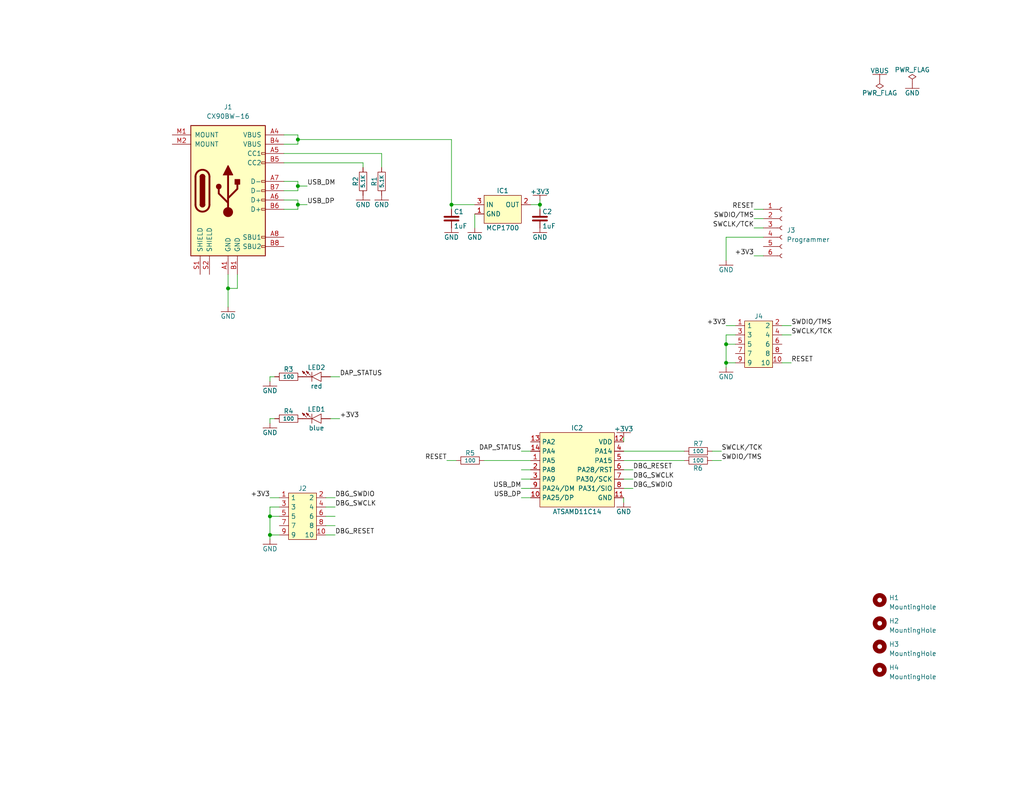
<source format=kicad_sch>
(kicad_sch (version 20230121) (generator eeschema)
  (paper "USLetter")
  (title_block (date "2023-05-27") (rev "1"))
  (lib_symbols
    (symbol "Connector:Conn_01x06_Socket" (pin_names (offset 1.016) hide)
      (property "Reference" "J" (at 0 7.62 0))
      (property "Value" "Conn_01x06_Socket" (at 0 -10.16 0))
      (symbol "Conn_01x06_Socket_1_1"
        (arc (start 0 -7.112) (mid -0.5058 -7.62) (end 0 -8.128) (stroke (width 0.1524)))
        (arc (start 0 -4.572) (mid -0.5058 -5.08) (end 0 -5.588) (stroke (width 0.1524)))
        (arc (start 0 -2.032) (mid -0.5058 -2.54) (end 0 -3.048) (stroke (width 0.1524)))
        (polyline (pts (xy -1.27 -7.62) (xy -0.508 -7.62)) (stroke (width 0.1524)))
        (polyline (pts (xy -1.27 -5.08) (xy -0.508 -5.08)) (stroke (width 0.1524)))
        (polyline (pts (xy -1.27 -2.54) (xy -0.508 -2.54)) (stroke (width 0.1524)))
        (polyline (pts (xy -1.27 0) (xy -0.508 0)) (stroke (width 0.1524)))
        (polyline (pts (xy -1.27 2.54) (xy -0.508 2.54)) (stroke (width 0.1524)))
        (polyline (pts (xy -1.27 5.08) (xy -0.508 5.08)) (stroke (width 0.1524)))
        (arc (start 0 0.508) (mid -0.5058 0) (end 0 -0.508) (stroke (width 0.1524)))
        (arc (start 0 3.048) (mid -0.5058 2.54) (end 0 2.032) (stroke (width 0.1524)))
        (arc (start 0 5.588) (mid -0.5058 5.08) (end 0 4.572) (stroke (width 0.1524)))
        (pin passive line (at -5.08 5.08 0) (length 3.81) (name "Pin_1") (number "1"))
        (pin passive line (at -5.08 2.54 0) (length 3.81) (name "Pin_2") (number "2"))
        (pin passive line (at -5.08 0 0) (length 3.81) (name "Pin_3") (number "3"))
        (pin passive line (at -5.08 -2.54 0) (length 3.81) (name "Pin_4") (number "4"))
        (pin passive line (at -5.08 -5.08 0) (length 3.81) (name "Pin_5") (number "5"))
        (pin passive line (at -5.08 -7.62 0) (length 3.81) (name "Pin_6") (number "6"))
      )
    )
    (symbol "Mechanical:MountingHole" (pin_names (offset 1.016))
      (property "Reference" "H" (at 0 5.08 0))
      (property "Value" "MountingHole" (at 0 3.175 0))
      (symbol "MountingHole_0_1"
        (circle (center 0 0) (radius 1.27) (stroke (width 1.27)))
      )
    )
    (symbol "Programmer:CX90BW-16" (pin_names (offset 1.016))
      (property "Reference" "J" (at -1.27 21.59 0))
      (property "Value" "CX90BW-16" (at 5.08 19.05 0))
      (symbol "CX90BW-16_0_0"
        (rectangle (start 10.16 -14.986) (end 9.144 -15.494))
        (rectangle (start 10.16 -12.446) (end 9.144 -12.954))
        (rectangle (start 10.16 -4.826) (end 9.144 -5.334))
        (rectangle (start 10.16 -2.286) (end 9.144 -2.794))
        (rectangle (start 10.16 0.254) (end 9.144 -0.254))
        (rectangle (start 10.16 2.794) (end 9.144 2.286))
        (rectangle (start 10.16 7.874) (end 9.144 7.366))
        (rectangle (start 10.16 10.414) (end 9.144 9.906))
      )
      (symbol "CX90BW-16_0_1"
        (rectangle (start -10.16 17.78) (end 10.16 -17.78) (stroke (width 0.254)) (fill (type background)))
        (arc (start -8.89 -3.81) (mid -6.985 -5.7067) (end -5.08 -3.81) (stroke (width 0.508)))
        (arc (start -7.62 -3.81) (mid -6.985 -4.4423) (end -6.35 -3.81) (stroke (width 0.254)))
        (arc (start -7.62 -3.81) (mid -6.985 -4.4423) (end -6.35 -3.81) (stroke (width 0.254)) (fill (type outline)))
        (rectangle (start -7.62 -3.81) (end -6.35 3.81) (stroke (width 0.254)) (fill (type outline)))
        (arc (start -6.35 3.81) (mid -6.985 4.4423) (end -7.62 3.81) (stroke (width 0.254)))
        (arc (start -6.35 3.81) (mid -6.985 4.4423) (end -7.62 3.81) (stroke (width 0.254)) (fill (type outline)))
        (arc (start -5.08 3.81) (mid -6.985 5.7067) (end -8.89 3.81) (stroke (width 0.508)))
        (circle (center -2.54 1.143) (radius 0.635) (stroke (width 0.254)) (fill (type outline)))
        (circle (center 0 -5.842) (radius 1.27) (fill (type outline)))
        (polyline (pts (xy -8.89 -3.81) (xy -8.89 3.81)) (stroke (width 0.508)))
        (polyline (pts (xy -5.08 3.81) (xy -5.08 -3.81)) (stroke (width 0.508)))
        (polyline (pts (xy 0 -5.842) (xy 0 4.318)) (stroke (width 0.508)))
        (polyline (pts (xy 0 -3.302) (xy -2.54 -0.762) (xy -2.54 0.508)) (stroke (width 0.508)))
        (polyline (pts (xy 0 -2.032) (xy 2.54 0.508) (xy 2.54 1.778)) (stroke (width 0.508)))
        (polyline (pts (xy -1.27 4.318) (xy 0 6.858) (xy 1.27 4.318) (xy -1.27 4.318)) (stroke (width 0.254)) (fill (type outline)))
        (rectangle (start 1.905 1.778) (end 3.175 3.048) (stroke (width 0.254)) (fill (type outline)))
      )
      (symbol "CX90BW-16_1_1"
        (pin passive line (at 0 -22.86 90) (length 5.08) (name "GND") (number "A1"))
        (pin passive line (at 15.24 15.24 180) (length 5.08) (name "VBUS") (number "A4"))
        (pin bidirectional line (at 15.24 10.16 180) (length 5.08) (name "CC1") (number "A5"))
        (pin bidirectional line (at 15.24 -2.54 180) (length 5.08) (name "D+") (number "A6"))
        (pin bidirectional line (at 15.24 2.54 180) (length 5.08) (name "D-") (number "A7"))
        (pin bidirectional line (at 15.24 -12.7 180) (length 5.08) (name "SBU1") (number "A8"))
        (pin passive line (at 2.54 -22.86 90) (length 5.08) (name "GND") (number "B1"))
        (pin passive line (at 15.24 12.7 180) (length 5.08) (name "VBUS") (number "B4"))
        (pin bidirectional line (at 15.24 7.62 180) (length 5.08) (name "CC2") (number "B5"))
        (pin bidirectional line (at 15.24 -5.08 180) (length 5.08) (name "D+") (number "B6"))
        (pin bidirectional line (at 15.24 0 180) (length 5.08) (name "D-") (number "B7"))
        (pin bidirectional line (at 15.24 -15.24 180) (length 5.08) (name "SBU2") (number "B8"))
        (pin passive line (at -15.24 15.24 0) (length 5.08) (name "MOUNT") (number "M1"))
        (pin passive line (at -15.24 12.7 0) (length 5.08) (name "MOUNT") (number "M2"))
        (pin passive line (at -7.62 -22.86 90) (length 5.08) (name "SHIELD") (number "S1"))
        (pin passive line (at -5.08 -22.86 90) (length 5.08) (name "SHIELD") (number "S2"))
      )
    )
    (symbol "ataradov_conn:Conn-5x2" (pin_names (offset 0.635))
      (property "Reference" "J?" (at 0 7.62 0))
      (symbol "Conn-5x2_0_1"
        (rectangle (start -3.81 6.35) (end 3.81 -6.35) (fill (type background)))
      )
      (symbol "Conn-5x2_1_1"
        (pin passive line (at -6.35 5.08 0) (length 2.54) (name "1") (number "1"))
        (pin passive line (at 6.35 -5.08 180) (length 2.54) (name "10") (number "10"))
        (pin passive line (at 6.35 5.08 180) (length 2.54) (name "2") (number "2"))
        (pin passive line (at -6.35 2.54 0) (length 2.54) (name "3") (number "3"))
        (pin passive line (at 6.35 2.54 180) (length 2.54) (name "4") (number "4"))
        (pin passive line (at -6.35 0 0) (length 2.54) (name "5") (number "5"))
        (pin passive line (at 6.35 0 180) (length 2.54) (name "6") (number "6"))
        (pin passive line (at -6.35 -2.54 0) (length 2.54) (name "7") (number "7"))
        (pin passive line (at 6.35 -2.54 180) (length 2.54) (name "8") (number "8"))
        (pin passive line (at -6.35 -5.08 0) (length 2.54) (name "9") (number "9"))
      )
    )
    (symbol "ataradov_led:LED" (pin_numbers hide) (pin_names (offset 1.016) hide)
      (property "Reference" "LED?" (at 0 2.54 0))
      (property "Value" "LED" (at 0 -2.54 0))
      (symbol "LED_0_1"
        (polyline (pts (xy 1.27 1.27) (xy 1.27 -1.27)))
        (polyline (pts (xy 2.1336 1.2192) (xy 2.4892 0.8636)))
        (polyline (pts (xy 2.794 1.524) (xy 2.2352 1.1684)))
        (polyline (pts (xy 2.794 1.524) (xy 2.4384 0.9652)))
        (polyline (pts (xy 3.2004 1.2192) (xy 3.556 0.8636)))
        (polyline (pts (xy 3.8608 1.524) (xy 3.302 1.1684)))
        (polyline (pts (xy 3.8608 1.524) (xy 3.4544 0.9652)))
        (polyline (pts (xy -1.27 1.27) (xy -1.27 -1.27) (xy 1.27 0) (xy -1.27 1.27)))
        (polyline (pts (xy 1.6256 0.3556) (xy 2.794 1.524) (xy 2.1336 1.2192) (xy 2.794 1.524) (xy 2.4892 0.8636)))
        (polyline (pts (xy 2.6924 0.3556) (xy 3.8608 1.524) (xy 3.2004 1.2192) (xy 3.8608 1.524) (xy 3.556 0.8636)))
      )
      (symbol "LED_1_1"
        (pin passive line (at -3.81 0 0) (length 2.54) (name "A") (number "1"))
        (pin passive line (at 3.81 0 180) (length 2.54) (name "K") (number "2"))
      )
    )
    (symbol "ataradov_mcu:ATSAMD11C"
      (property "Reference" "IC?" (at 0 11.43 0))
      (property "Value" "ATSAMD11C" (at 0 -11.43 0))
      (symbol "ATSAMD11C_0_1"
        (rectangle (start -10.16 10.16) (end 10.16 -10.16) (fill (type background)))
      )
      (symbol "ATSAMD11C_1_1"
        (pin bidirectional line (at -12.7 2.54 0) (length 2.54) (name "PA5") (number "1"))
        (pin bidirectional line (at -12.7 -7.62 0) (length 2.54) (name "PA25/DP") (number "10"))
        (pin power_in line (at 12.7 -7.62 180) (length 2.54) (name "GND") (number "11"))
        (pin power_in line (at 12.7 7.62 180) (length 2.54) (name "VDD") (number "12"))
        (pin bidirectional line (at -12.7 7.62 0) (length 2.54) (name "PA2") (number "13"))
        (pin bidirectional line (at -12.7 5.08 0) (length 2.54) (name "PA4") (number "14"))
        (pin bidirectional line (at -12.7 0 0) (length 2.54) (name "PA8") (number "2"))
        (pin bidirectional line (at -12.7 -2.54 0) (length 2.54) (name "PA9") (number "3"))
        (pin bidirectional line (at 12.7 5.08 180) (length 2.54) (name "PA14") (number "4"))
        (pin bidirectional line (at 12.7 2.54 180) (length 2.54) (name "PA15") (number "5"))
        (pin bidirectional line (at 12.7 0 180) (length 2.54) (name "PA28/RST") (number "6"))
        (pin bidirectional line (at 12.7 -2.54 180) (length 2.54) (name "PA30/SCK") (number "7"))
        (pin bidirectional line (at 12.7 -5.08 180) (length 2.54) (name "PA31/SIO") (number "8"))
        (pin bidirectional line (at -12.7 -5.08 0) (length 2.54) (name "PA24/DM") (number "9"))
      )
    )
    (symbol "ataradov_pwr:+3V3" (power) (pin_names (offset 0))
      (property "Value" "+3V3" (at 0 2.286 0))
      (symbol "+3V3_0_1"
        (polyline (pts (xy -1.905 1.27) (xy 0 1.27)))
        (polyline (pts (xy 0 0) (xy 0 1.27)))
        (polyline (pts (xy 0 1.27) (xy 1.905 1.27)))
      )
      (symbol "+3V3_1_1"
        (pin power_in line (at 0 0 90) (length 0) hide (name "+3V3") (number "1"))
      )
    )
    (symbol "ataradov_pwr:GND" (power) (pin_names (offset 0))
      (property "Value" "GND" (at 0 -2.54 0))
      (symbol "GND_0_1"
        (polyline (pts (xy -1.905 -1.27) (xy 1.905 -1.27)))
        (polyline (pts (xy 0 0) (xy 0 -1.27)))
      )
      (symbol "GND_1_1"
        (pin power_in line (at 0 0 270) (length 0) hide (name "GND") (number "1"))
      )
    )
    (symbol "ataradov_pwr:VBUS" (power) (pin_names (offset 0))
      (property "Value" "VBUS" (at 0 2.286 0))
      (symbol "VBUS_0_1"
        (polyline (pts (xy -1.905 1.27) (xy 0 1.27)))
        (polyline (pts (xy 0 0) (xy 0 1.27)))
        (polyline (pts (xy 0 1.27) (xy 1.905 1.27)))
      )
      (symbol "VBUS_1_1"
        (pin power_in line (at 0 0 90) (length 0) hide (name "VBUS") (number "1"))
      )
    )
    (symbol "ataradov_rlc:C" (pin_numbers hide) (pin_names hide)
      (property "Reference" "C?" (at 0.635 1.905 0))
      (property "Value" "C" (at 0.635 -2.032 0))
      (symbol "C_0_1"
        (polyline (pts (xy -1.905 -0.508) (xy 1.905 -0.508)) (stroke (width 0.5)))
        (polyline (pts (xy -1.905 0.508) (xy 1.905 0.508)) (stroke (width 0.5)))
      )
      (symbol "C_1_1"
        (pin passive line (at 0 -2.54 90) (length 1.905) (name "1") (number "1"))
        (pin passive line (at 0 2.54 270) (length 1.905) (name "2") (number "2"))
      )
    )
    (symbol "ataradov_rlc:R" (pin_numbers hide) (pin_names hide)
      (property "Reference" "R?" (at 0 2.032 0))
      (property "Value" "R" (at 0 0 0))
      (symbol "R_0_1"
        (rectangle (start -2.54 1.016) (end 2.54 -1.016))
      )
      (symbol "R_1_1"
        (pin passive line (at -3.81 0 0) (length 1.27) (name "1") (number "1"))
        (pin passive line (at 3.81 0 180) (length 1.27) (name "2") (number "2"))
      )
    )
    (symbol "ataradov_vreg:SC662K"
      (property "Reference" "IC?" (at 0 6.35 0))
      (property "Value" "SC662K" (at 0 -3.81 0))
      (symbol "SC662K_0_1"
        (rectangle (start -5.08 5.08) (end 5.08 -2.54) (fill (type background)))
      )
      (symbol "SC662K_1_1"
        (pin power_in line (at -7.62 0 0) (length 2.54) (name "GND") (number "1"))
        (pin power_out line (at 7.62 2.54 180) (length 2.54) (name "OUT") (number "2"))
        (pin power_in line (at -7.62 2.54 0) (length 2.54) (name "IN") (number "3"))
      )
    )
    (symbol "power:PWR_FLAG" (power) (pin_numbers hide) (pin_names (offset 0) hide)
      (property "Value" "PWR_FLAG" (at 0 3.81 0))
      (symbol "PWR_FLAG_0_0"
        (pin power_out line (at 0 0 90) (length 0) (name "pwr") (number "1"))
      )
      (symbol "PWR_FLAG_0_1"
        (polyline (pts (xy 0 0) (xy 0 1.27) (xy -1.016 1.905) (xy 0 2.54) (xy 1.016 1.905) (xy 0 1.27)))
      )
    )
  )
  (junction (at 81.28 55.88))
  (junction (at 62.23 78.74))
  (junction (at 198.12 99.06))
  (junction (at 73.66 140.97))
  (junction (at 81.28 50.8))
  (junction (at 81.28 38.1))
  (junction (at 147.32 55.88))
  (junction (at 123.19 55.88))
  (junction (at 73.66 146.05))
  (junction (at 198.12 93.98))
  (wire (pts (xy 123.19 57.15) (xy 123.19 55.88)))
  (wire (pts (xy 205.74 59.69) (xy 208.28 59.69)))
  (wire (pts (xy 73.66 140.97) (xy 73.66 146.05)))
  (wire (pts (xy 198.12 91.44) (xy 198.12 93.98)))
  (wire (pts (xy 77.47 44.45) (xy 99.06 44.45)))
  (wire (pts (xy 170.18 119.38) (xy 170.18 120.65)))
  (wire (pts (xy 62.23 78.74) (xy 64.77 78.74)))
  (wire (pts (xy 81.28 39.37) (xy 81.28 38.1)))
  (wire (pts (xy 198.12 93.98) (xy 200.66 93.98)))
  (wire (pts (xy 81.28 38.1) (xy 81.28 36.83)))
  (wire (pts (xy 198.12 91.44) (xy 200.66 91.44)))
  (wire (pts (xy 104.14 41.91) (xy 104.14 45.72)))
  (wire (pts (xy 73.66 114.3) (xy 74.93 114.3)))
  (wire (pts (xy 81.28 52.07) (xy 77.47 52.07)))
  (wire (pts (xy 213.36 91.44) (xy 215.9 91.44)))
  (wire (pts (xy 123.19 55.88) (xy 129.54 55.88)))
  (wire (pts (xy 198.12 93.98) (xy 198.12 99.06)))
  (wire (pts (xy 73.66 115.57) (xy 73.66 114.3)))
  (wire (pts (xy 213.36 88.9) (xy 215.9 88.9)))
  (wire (pts (xy 73.66 138.43) (xy 76.2 138.43)))
  (wire (pts (xy 129.54 58.42) (xy 129.54 62.23)))
  (wire (pts (xy 205.74 57.15) (xy 208.28 57.15)))
  (wire (pts (xy 73.66 135.89) (xy 76.2 135.89)))
  (wire (pts (xy 170.18 128.27) (xy 172.72 128.27)))
  (wire (pts (xy 144.78 123.19) (xy 142.24 123.19)))
  (wire (pts (xy 144.78 55.88) (xy 147.32 55.88)))
  (wire (pts (xy 77.47 41.91) (xy 104.14 41.91)))
  (wire (pts (xy 198.12 64.77) (xy 198.12 71.12)))
  (wire (pts (xy 77.47 54.61) (xy 81.28 54.61)))
  (wire (pts (xy 142.24 130.81) (xy 144.78 130.81)))
  (wire (pts (xy 170.18 123.19) (xy 186.69 123.19)))
  (wire (pts (xy 73.66 102.87) (xy 74.93 102.87)))
  (wire (pts (xy 147.32 57.15) (xy 147.32 55.88)))
  (wire (pts (xy 170.18 133.35) (xy 172.72 133.35)))
  (wire (pts (xy 88.9 138.43) (xy 91.44 138.43)))
  (wire (pts (xy 142.24 128.27) (xy 144.78 128.27)))
  (wire (pts (xy 88.9 135.89) (xy 91.44 135.89)))
  (wire (pts (xy 81.28 49.53) (xy 77.47 49.53)))
  (wire (pts (xy 81.28 50.8) (xy 83.82 50.8)))
  (wire (pts (xy 170.18 135.89) (xy 170.18 137.16)))
  (wire (pts (xy 99.06 45.72) (xy 99.06 44.45)))
  (wire (pts (xy 132.08 125.73) (xy 144.78 125.73)))
  (wire (pts (xy 198.12 88.9) (xy 200.66 88.9)))
  (wire (pts (xy 81.28 54.61) (xy 81.28 55.88)))
  (wire (pts (xy 73.66 104.14) (xy 73.66 102.87)))
  (wire (pts (xy 123.19 38.1) (xy 123.19 55.88)))
  (wire (pts (xy 196.85 125.73) (xy 194.31 125.73)))
  (wire (pts (xy 81.28 55.88) (xy 83.82 55.88)))
  (wire (pts (xy 81.28 55.88) (xy 81.28 57.15)))
  (wire (pts (xy 73.66 146.05) (xy 76.2 146.05)))
  (wire (pts (xy 142.24 133.35) (xy 144.78 133.35)))
  (wire (pts (xy 205.74 62.23) (xy 208.28 62.23)))
  (wire (pts (xy 62.23 78.74) (xy 62.23 83.82)))
  (wire (pts (xy 208.28 64.77) (xy 198.12 64.77)))
  (wire (pts (xy 62.23 74.93) (xy 62.23 78.74)))
  (wire (pts (xy 198.12 99.06) (xy 200.66 99.06)))
  (wire (pts (xy 205.74 69.85) (xy 208.28 69.85)))
  (wire (pts (xy 81.28 50.8) (xy 81.28 52.07)))
  (wire (pts (xy 90.17 102.87) (xy 92.71 102.87)))
  (wire (pts (xy 81.28 36.83) (xy 77.47 36.83)))
  (wire (pts (xy 73.66 138.43) (xy 73.66 140.97)))
  (wire (pts (xy 73.66 140.97) (xy 76.2 140.97)))
  (wire (pts (xy 196.85 123.19) (xy 194.31 123.19)))
  (wire (pts (xy 213.36 99.06) (xy 215.9 99.06)))
  (wire (pts (xy 198.12 99.06) (xy 198.12 100.33)))
  (wire (pts (xy 170.18 130.81) (xy 172.72 130.81)))
  (wire (pts (xy 88.9 140.97) (xy 91.44 140.97)))
  (wire (pts (xy 147.32 54.61) (xy 147.32 55.88)))
  (wire (pts (xy 73.66 146.05) (xy 73.66 147.32)))
  (wire (pts (xy 121.92 125.73) (xy 124.46 125.73)))
  (wire (pts (xy 170.18 125.73) (xy 186.69 125.73)))
  (wire (pts (xy 77.47 39.37) (xy 81.28 39.37)))
  (wire (pts (xy 88.9 146.05) (xy 91.44 146.05)))
  (wire (pts (xy 64.77 74.93) (xy 64.77 78.74)))
  (wire (pts (xy 88.9 143.51) (xy 91.44 143.51)))
  (wire (pts (xy 123.19 38.1) (xy 81.28 38.1)))
  (wire (pts (xy 81.28 57.15) (xy 77.47 57.15)))
  (wire (pts (xy 90.17 114.3) (xy 92.71 114.3)))
  (wire (pts (xy 81.28 50.8) (xy 81.28 49.53)))
  (wire (pts (xy 142.24 135.89) (xy 144.78 135.89)))
  (label "DBG_RESET" (at 91.44 146.05 0))
  (label "RESET" (at 121.92 125.73 180))
  (label "DBG_SWDIO" (at 91.44 135.89 0))
  (label "DBG_SWCLK" (at 91.44 138.43 0))
  (label "USB_DP" (at 83.82 55.88 0))
  (label "+3V3" (at 73.66 135.89 180))
  (label "USB_DP" (at 142.24 135.89 180))
  (label "SWCLK{slash}TCK" (at 215.9 91.44 0))
  (label "SWCLK{slash}TCK" (at 205.74 62.23 180))
  (label "USB_DM" (at 83.82 50.8 0))
  (label "DBG_RESET" (at 172.72 128.27 0))
  (label "DBG_SWCLK" (at 172.72 130.81 0))
  (label "DBG_SWDIO" (at 172.72 133.35 0))
  (label "SWDIO{slash}TMS" (at 196.85 125.73 0))
  (label "RESET" (at 215.9 99.06 0))
  (label "+3V3" (at 198.12 88.9 180))
  (label "SWDIO{slash}TMS" (at 205.74 59.69 180))
  (label "SWDIO{slash}TMS" (at 215.9 88.9 0))
  (label "SWCLK{slash}TCK" (at 196.85 123.19 0))
  (label "+3V3" (at 92.71 114.3 0))
  (label "+3V3" (at 205.74 69.85 180))
  (label "DAP_STATUS" (at 92.71 102.87 0))
  (label "RESET" (at 205.74 57.15 180))
  (label "DAP_STATUS" (at 142.24 123.19 180))
  (label "USB_DM" (at 142.24 133.35 180))
  (symbol (lib_id "ataradov_rlc:C") (at 147.32 59.69 0) (unit 1)
    (property "Reference" "C2" (at 147.955 57.785 0) (effects (justify left)))
    (property "Value" "1uF" (at 147.955 61.722 0) (effects (justify left)))
    (property "Footprint" "Resistor_SMD:R_0603_1608Metric_Pad0.98x0.95mm_HandSolder" (effects hide))
  )
  (symbol (lib_id "Mechanical:MountingHole") (at 240.03 170.18 0) (unit 1)
    (property "Reference" "H2" (at 242.57 169.545 0) (effects (justify left)))
    (property "Value" "MountingHole" (at 242.57 172.085 0) (effects (justify left)))
    (property "Footprint" "MountingHole:MountingHole_3.2mm_M3" (effects hide))
  )
  (symbol (lib_id "ataradov_pwr:GND") (at 99.06 53.34 0) (unit 1)
    (property "Reference" "#PWR010" (effects hide))
    (property "Value" "GND" (at 99.06 55.88 0))
  )
  (symbol (lib_id "ataradov_pwr:GND") (at 73.66 104.14 0) (unit 1)
    (property "Reference" "#PWR013" (effects hide))
    (property "Value" "GND" (at 73.66 106.68 0))
  )
  (symbol (lib_id "ataradov_rlc:R") (at 78.74 114.3 0) (unit 1)
    (property "Reference" "R4" (at 78.74 112.268 0))
    (property "Value" "100" (at 78.74 114.3 0) (effects (font (size 1.016 1.016))))
    (property "Footprint" "Resistor_SMD:R_0603_1608Metric_Pad0.98x0.95mm_HandSolder" (effects hide))
  )
  (symbol (lib_id "ataradov_conn:Conn-5x2") (at 207.01 93.98 0) (unit 1)
    (property "Reference" "J4" (at 207.01 86.36 0))
    (property "Value" "Conn-5x2" (effects hide))
    (property "Footprint" "Programmer:Debug_2x05_P1.27mm_Vertical" (effects hide))
  )
  (symbol (lib_id "ataradov_pwr:GND") (at 73.66 115.57 0) (unit 1)
    (property "Reference" "#PWR014" (effects hide))
    (property "Value" "GND" (at 73.66 118.11 0))
  )
  (symbol (lib_id "Mechanical:MountingHole") (at 240.03 182.88 0) (unit 1)
    (property "Reference" "H4" (at 242.57 182.245 0) (effects (justify left)))
    (property "Value" "MountingHole" (at 242.57 184.785 0) (effects (justify left)))
    (property "Footprint" "MountingHole:MountingHole_3.2mm_M3" (effects hide))
  )
  (symbol (lib_id "ataradov_pwr:GND") (at 147.32 62.23 0) (unit 1)
    (property "Reference" "#PWR08" (effects hide))
    (property "Value" "GND" (at 147.32 64.77 0))
  )
  (symbol (lib_id "ataradov_rlc:R") (at 99.06 49.53 90) (unit 1)
    (property "Reference" "R2" (at 97.028 49.53 0))
    (property "Value" "5.1K" (at 99.06 49.53 0) (effects (font (size 1.016 1.016))))
    (property "Footprint" "Resistor_SMD:R_0603_1608Metric_Pad0.98x0.95mm_HandSolder" (effects hide))
  )
  (symbol (lib_id "Programmer:CX90BW-16") (at 62.23 52.07 0) (unit 1)
    (property "Reference" "J1" (at 62.23 29.21 0))
    (property "Value" "CX90BW-16" (at 62.23 31.75 0))
    (property "Footprint" "Programmer:CX90BW-16P" (effects hide))
    (property "Datasheet" "https://www" (effects hide))
  )
  (symbol (lib_id "ataradov_led:LED") (at 86.36 114.3 0) (mirror y) (unit 1)
    (property "Reference" "LED1" (at 86.36 111.76 0))
    (property "Value" "blue" (at 86.36 116.84 0))
    (property "Footprint" "Resistor_SMD:R_0603_1608Metric_Pad0.98x0.95mm_HandSolder" (effects hide))
  )
  (symbol (lib_id "power:PWR_FLAG") (at 240.03 21.59 180) (unit 1)
    (property "Reference" "#FLG01" (effects hide))
    (property "Value" "PWR_FLAG" (at 240.03 25.4 0))
  )
  (symbol (lib_id "Mechanical:MountingHole") (at 240.03 163.83 0) (unit 1)
    (property "Reference" "H1" (at 242.57 163.195 0) (effects (justify left)))
    (property "Value" "MountingHole" (at 242.57 165.735 0) (effects (justify left)))
    (property "Footprint" "MountingHole:MountingHole_3.2mm_M3" (effects hide))
  )
  (symbol (lib_id "ataradov_pwr:+3V3") (at 147.32 54.61 0) (unit 1)
    (property "Reference" "#PWR03" (effects hide))
    (property "Value" "+3V3" (at 147.32 52.324 0))
  )
  (symbol (lib_id "ataradov_led:LED") (at 86.36 102.87 0) (mirror y) (unit 1)
    (property "Reference" "LED2" (at 86.36 100.33 0))
    (property "Value" "red" (at 86.36 105.41 0))
    (property "Footprint" "Resistor_SMD:R_0603_1608Metric_Pad0.98x0.95mm_HandSolder" (effects hide))
  )
  (symbol (lib_id "ataradov_rlc:R") (at 104.14 49.53 90) (unit 1)
    (property "Reference" "R1" (at 102.108 49.53 0))
    (property "Value" "5.1K" (at 104.14 49.53 0) (effects (font (size 1.016 1.016))))
    (property "Footprint" "Resistor_SMD:R_0603_1608Metric_Pad0.98x0.95mm_HandSolder" (effects hide))
  )
  (symbol (lib_id "ataradov_rlc:R") (at 128.27 125.73 0) (unit 1)
    (property "Reference" "R5" (at 128.27 123.698 0))
    (property "Value" "100" (at 128.27 125.73 0) (effects (font (size 1.016 1.016))))
    (property "Footprint" "Resistor_SMD:R_0603_1608Metric_Pad0.98x0.95mm_HandSolder" (effects hide))
  )
  (symbol (lib_id "ataradov_pwr:GND") (at 170.18 137.16 0) (unit 1)
    (property "Reference" "#PWR015" (effects hide))
    (property "Value" "GND" (at 170.18 139.7 0))
  )
  (symbol (lib_id "ataradov_pwr:GND") (at 123.19 62.23 0) (unit 1)
    (property "Reference" "#PWR06" (effects hide))
    (property "Value" "GND" (at 123.19 64.77 0))
  )
  (symbol (lib_id "Connector:Conn_01x06_Socket") (at 213.36 62.23 0) (unit 1)
    (property "Reference" "J3" (at 214.63 62.865 0) (effects (justify left)))
    (property "Value" "Programmer" (at 214.63 65.405 0) (effects (justify left)))
    (property "Footprint" "Connector_PinHeader_1.27mm:PinHeader_1x06_P1.27mm_Vertical" (effects hide))
  )
  (symbol (lib_id "ataradov_pwr:VBUS") (at 240.03 21.59 0) (unit 1)
    (property "Reference" "#PWR04" (effects hide))
    (property "Value" "VBUS" (at 240.03 19.304 0))
  )
  (symbol (lib_id "ataradov_pwr:+3V3") (at 170.18 119.38 0) (unit 1)
    (property "Reference" "#PWR012" (effects hide))
    (property "Value" "+3V3" (at 170.18 117.094 0))
  )
  (symbol (lib_id "ataradov_pwr:GND") (at 198.12 71.12 0) (unit 1)
    (property "Reference" "#PWR018" (effects hide))
    (property "Value" "GND" (at 198.12 73.66 0))
  )
  (symbol (lib_id "ataradov_conn:Conn-5x2") (at 82.55 140.97 0) (unit 1)
    (property "Reference" "J2" (at 82.55 133.35 0))
    (property "Value" "Conn-5x2" (effects hide))
    (property "Footprint" "Programmer:Debug_2x05_P1.27mm_Vertical" (effects hide))
  )
  (symbol (lib_id "ataradov_pwr:GND") (at 248.92 22.86 0) (unit 1)
    (property "Reference" "#PWR05" (effects hide))
    (property "Value" "GND" (at 248.92 25.4 0))
  )
  (symbol (lib_id "ataradov_rlc:R") (at 78.74 102.87 0) (unit 1)
    (property "Reference" "R3" (at 78.74 100.838 0))
    (property "Value" "100" (at 78.74 102.87 0) (effects (font (size 1.016 1.016))))
    (property "Footprint" "Resistor_SMD:R_0603_1608Metric_Pad0.98x0.95mm_HandSolder" (effects hide))
  )
  (symbol (lib_id "ataradov_rlc:R") (at 190.5 123.19 0) (unit 1)
    (property "Reference" "R7" (at 190.5 121.158 0))
    (property "Value" "100" (at 190.5 123.19 0) (effects (font (size 1.016 1.016))))
    (property "Footprint" "Resistor_SMD:R_0603_1608Metric_Pad0.98x0.95mm_HandSolder" (effects hide))
  )
  (symbol (lib_id "ataradov_pwr:GND") (at 129.54 62.23 0) (unit 1)
    (property "Reference" "#PWR07" (effects hide))
    (property "Value" "GND" (at 129.54 64.77 0))
  )
  (symbol (lib_id "ataradov_pwr:GND") (at 62.23 83.82 0) (unit 1)
    (property "Reference" "#PWR09" (effects hide))
    (property "Value" "GND" (at 62.23 86.36 0))
  )
  (symbol (lib_id "Mechanical:MountingHole") (at 240.03 176.53 0) (unit 1)
    (property "Reference" "H3" (at 242.57 175.895 0) (effects (justify left)))
    (property "Value" "MountingHole" (at 242.57 178.435 0) (effects (justify left)))
    (property "Footprint" "MountingHole:MountingHole_3.2mm_M3" (effects hide))
  )
  (symbol (lib_id "ataradov_pwr:GND") (at 104.14 53.34 0) (unit 1)
    (property "Reference" "#PWR011" (effects hide))
    (property "Value" "GND" (at 104.14 55.88 0))
  )
  (symbol (lib_id "ataradov_rlc:C") (at 123.19 59.69 0) (unit 1)
    (property "Reference" "C1" (at 123.825 57.785 0) (effects (justify left)))
    (property "Value" "1uF" (at 123.825 61.722 0) (effects (justify left)))
    (property "Footprint" "Resistor_SMD:R_0603_1608Metric_Pad0.98x0.95mm_HandSolder" (effects hide))
  )
  (symbol (lib_id "ataradov_vreg:SC662K") (at 137.16 58.42 0) (unit 1)
    (property "Reference" "IC1" (at 137.16 52.07 0))
    (property "Value" "MCP1700" (at 137.16 62.23 0))
    (property "Footprint" "Package_TO_SOT_SMD:SOT-23" (effects hide))
  )
  (symbol (lib_id "ataradov_rlc:R") (at 190.5 125.73 0) (unit 1)
    (property "Reference" "R6" (at 190.4346 127.8453 0))
    (property "Value" "100" (at 190.5 125.73 0) (effects (font (size 1.016 1.016))))
    (property "Footprint" "Resistor_SMD:R_0603_1608Metric_Pad0.98x0.95mm_HandSolder" (effects hide))
  )
  (symbol (lib_id "ataradov_mcu:ATSAMD11C") (at 157.48 128.27 0) (unit 1)
    (property "Reference" "IC2" (at 157.48 116.84 0))
    (property "Value" "ATSAMD11C14" (at 157.48 139.7 0))
    (property "Footprint" "Package_SO:SOIC-14_3.9x8.7mm_P1.27mm" (effects hide))
  )
  (symbol (lib_id "ataradov_pwr:GND") (at 73.66 147.32 0) (unit 1)
    (property "Reference" "#PWR016" (effects hide))
    (property "Value" "GND" (at 73.66 149.86 0))
  )
  (symbol (lib_id "power:PWR_FLAG") (at 248.92 22.86 0) (unit 1)
    (property "Reference" "#FLG02" (effects hide))
    (property "Value" "PWR_FLAG" (at 248.92 19.05 0))
  )
  (symbol (lib_id "ataradov_pwr:GND") (at 198.12 100.33 0) (unit 1)
    (property "Reference" "#PWR017" (effects hide))
    (property "Value" "GND" (at 198.12 102.87 0))
  )
)
</source>
